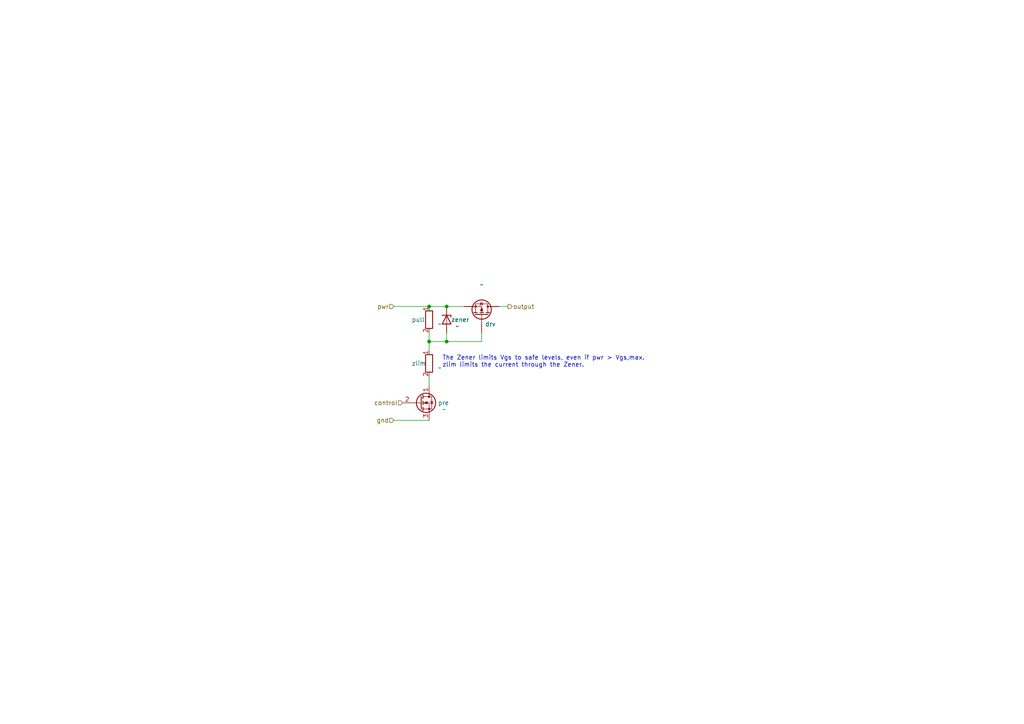
<source format=kicad_sch>
(kicad_sch (version 20230121) (generator eeschema)
  (paper "A4")
  (lib_symbols
    (symbol "Device:D_Zener" (pin_numbers hide) (pin_names (offset 1.016) hide)
      (property "Reference" "D" (at 0 2.54 0))
      (property "Value" "D_Zener" (at 0 -2.54 0))
      (symbol "D_Zener_0_1"
        (polyline (pts (xy 1.27 0) (xy -1.27 0)))
        (polyline (pts (xy -1.27 -1.27) (xy -1.27 1.27) (xy -0.762 1.27)) (stroke (width 0.254)))
        (polyline (pts (xy 1.27 -1.27) (xy 1.27 1.27) (xy -1.27 0) (xy 1.27 -1.27)) (stroke (width 0.254)))
      )
      (symbol "D_Zener_1_1"
        (pin passive line (at -3.81 0 0) (length 2.54) (name "K") (number "1"))
        (pin passive line (at 3.81 0 180) (length 2.54) (name "A") (number "2"))
      )
    )
    (symbol "Device:Q_NMOS_DGS" (pin_names (offset 0) hide)
      (property "Reference" "Q" (at 5.08 1.27 0))
      (property "Value" "Q_NMOS_DGS" (at 5.08 -1.27 0))
      (symbol "Q_NMOS_DGS_0_1"
        (polyline (pts (xy 0.254 0) (xy -2.54 0)))
        (polyline (pts (xy 0.254 1.905) (xy 0.254 -1.905)) (stroke (width 0.254)))
        (polyline (pts (xy 0.762 -1.27) (xy 0.762 -2.286)) (stroke (width 0.254)))
        (polyline (pts (xy 0.762 0.508) (xy 0.762 -0.508)) (stroke (width 0.254)))
        (polyline (pts (xy 0.762 2.286) (xy 0.762 1.27)) (stroke (width 0.254)))
        (polyline (pts (xy 2.54 2.54) (xy 2.54 1.778)))
        (polyline (pts (xy 2.54 -2.54) (xy 2.54 0) (xy 0.762 0)))
        (polyline (pts (xy 0.762 -1.778) (xy 3.302 -1.778) (xy 3.302 1.778) (xy 0.762 1.778)))
        (polyline (pts (xy 1.016 0) (xy 2.032 0.381) (xy 2.032 -0.381) (xy 1.016 0)) (fill (type outline)))
        (polyline (pts (xy 2.794 0.508) (xy 2.921 0.381) (xy 3.683 0.381) (xy 3.81 0.254)))
        (polyline (pts (xy 3.302 0.381) (xy 2.921 -0.254) (xy 3.683 -0.254) (xy 3.302 0.381)))
        (circle (center 1.651 0) (radius 2.794) (stroke (width 0.254)))
        (circle (center 2.54 -1.778) (radius 0.254) (fill (type outline)))
        (circle (center 2.54 1.778) (radius 0.254) (fill (type outline)))
      )
      (symbol "Q_NMOS_DGS_1_1"
        (pin passive line (at 2.54 5.08 270) (length 2.54) (name "D") (number "1"))
        (pin input line (at -5.08 0 0) (length 2.54) (name "G") (number "2"))
        (pin passive line (at 2.54 -5.08 90) (length 2.54) (name "S") (number "3"))
      )
    )
    (symbol "Device:Q_PMOS_DGS" (pin_numbers hide) (pin_names (offset 0) hide)
      (property "Reference" "Q" (at 5.08 1.27 0))
      (property "Value" "Q_PMOS_DGS" (at 5.08 -1.27 0))
      (symbol "Q_PMOS_DGS_0_1"
        (polyline (pts (xy 0.254 0) (xy -2.54 0)))
        (polyline (pts (xy 0.254 1.905) (xy 0.254 -1.905)) (stroke (width 0.254)))
        (polyline (pts (xy 0.762 -1.27) (xy 0.762 -2.286)) (stroke (width 0.254)))
        (polyline (pts (xy 0.762 0.508) (xy 0.762 -0.508)) (stroke (width 0.254)))
        (polyline (pts (xy 0.762 2.286) (xy 0.762 1.27)) (stroke (width 0.254)))
        (polyline (pts (xy 2.54 2.54) (xy 2.54 1.778)))
        (polyline (pts (xy 2.54 -2.54) (xy 2.54 0) (xy 0.762 0)))
        (polyline (pts (xy 0.762 1.778) (xy 3.302 1.778) (xy 3.302 -1.778) (xy 0.762 -1.778)))
        (polyline (pts (xy 2.286 0) (xy 1.27 0.381) (xy 1.27 -0.381) (xy 2.286 0)) (fill (type outline)))
        (polyline (pts (xy 2.794 -0.508) (xy 2.921 -0.381) (xy 3.683 -0.381) (xy 3.81 -0.254)))
        (polyline (pts (xy 3.302 -0.381) (xy 2.921 0.254) (xy 3.683 0.254) (xy 3.302 -0.381)))
        (circle (center 1.651 0) (radius 2.794) (stroke (width 0.254)))
        (circle (center 2.54 -1.778) (radius 0.254) (fill (type outline)))
        (circle (center 2.54 1.778) (radius 0.254) (fill (type outline)))
      )
      (symbol "Q_PMOS_DGS_1_1"
        (pin passive line (at 2.54 5.08 270) (length 2.54) (name "D") (number "1"))
        (pin input line (at -5.08 0 0) (length 2.54) (name "G") (number "2"))
        (pin passive line (at 2.54 -5.08 90) (length 2.54) (name "S") (number "3"))
      )
    )
    (symbol "Device:R" (pin_names (offset 0))
      (property "Reference" "R" (at 2.032 0 90))
      (property "Value" "R" (at 0 0 90))
      (symbol "R_0_1"
        (rectangle (start -1.016 -2.54) (end 1.016 2.54) (stroke (width 0.254)))
      )
      (symbol "R_1_1"
        (pin passive line (at 0 3.81 270) (length 1.27) (name "~") (number "1"))
        (pin passive line (at 0 -3.81 90) (length 1.27) (name "~") (number "2"))
      )
    )
  )
  (junction (at 129.54 99.06))
  (junction (at 129.54 88.9))
  (junction (at 124.46 88.9))
  (junction (at 124.46 99.06))
  (wire (pts (xy 129.54 96.52) (xy 129.54 99.06)))
  (wire (pts (xy 124.46 99.06) (xy 129.54 99.06)))
  (wire (pts (xy 129.54 88.9) (xy 134.62 88.9)))
  (wire (pts (xy 144.78 88.9) (xy 147.32 88.9)))
  (wire (pts (xy 139.7 99.06) (xy 139.7 96.52)))
  (wire (pts (xy 124.46 99.06) (xy 124.46 101.6)))
  (wire (pts (xy 129.54 99.06) (xy 139.7 99.06)))
  (wire (pts (xy 124.46 109.22) (xy 124.46 111.76)))
  (wire (pts (xy 114.3 88.9) (xy 124.46 88.9)))
  (wire (pts (xy 124.46 88.9) (xy 129.54 88.9)))
  (wire (pts (xy 124.46 96.52) (xy 124.46 99.06)))
  (wire (pts (xy 114.3 121.92) (xy 124.46 121.92)))
  (text "The Zener limits Vgs to safe levels, even if pwr > Vgs,max.\nzlim limits the current through the Zener." (at 128.27 106.68 0) (effects (font (size 1.27 1.27)) (justify left bottom)))
  (hierarchical_label "control" (shape input) (at 116.84 116.84 180))
  (hierarchical_label "pwr" (shape input) (at 114.3 88.9 180))
  (hierarchical_label "output" (shape output) (at 147.32 88.9 0))
  (hierarchical_label "gnd" (shape input) (at 114.3 121.92 180))
  (symbol (lib_id "Device:D_Zener") (at 129.54 92.71 270) (unit 1)
    (property "Reference" "zener" (at 130.81 92.71 90) (effects (justify left)))
    (property "Value" "~" (at 132.08 94.615 90) (effects (justify left)))
  )
  (symbol (lib_id "Device:R") (at 124.46 105.41 0) (unit 1)
    (property "Reference" "zlim" (at 119.38 105.41 0) (effects (justify left)))
    (property "Value" "~" (at 127 106.6799 0) (effects (justify left)))
  )
  (symbol (lib_id "Device:Q_NMOS_DGS") (at 121.92 116.84 0) (unit 1)
    (property "Reference" "pre" (at 127 116.84 0) (effects (justify left)))
    (property "Value" "~" (at 128.27 118.745 0) (effects (justify left)))
  )
  (symbol (lib_id "Device:Q_PMOS_DGS") (at 139.7 91.44 270) (mirror x) (unit 1)
    (property "Reference" "drv" (at 142.24 93.98 90))
    (property "Value" "~" (at 139.7 82.55 90))
  )
  (symbol (lib_id "Device:R") (at 124.46 92.71 0) (unit 1)
    (property "Reference" "pull" (at 119.38 92.71 0) (effects (justify left)))
    (property "Value" "~" (at 127 93.9799 0) (effects (justify left)))
  )
)
</source>
